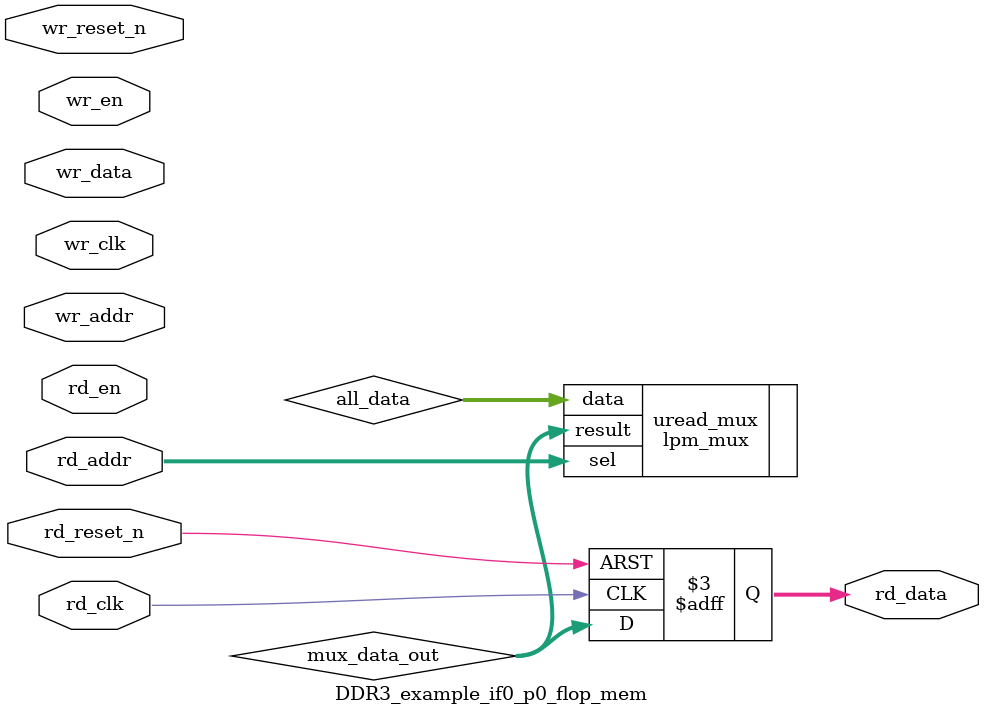
<source format=v>



`timescale 1 ps / 1 ps

(* altera_attribute = "-name ALLOW_SYNCH_CTRL_USAGE ON;-name AUTO_CLOCK_ENABLE_RECOGNITION ON" *)
module DDR3_example_if0_p0_flop_mem(
	wr_reset_n,
	wr_clk,
	wr_en,
	wr_addr,
	wr_data,
	rd_reset_n,
	rd_clk,
	rd_en,
	rd_addr,
	rd_data
);

parameter WRITE_MEM_DEPTH	= "";
parameter WRITE_ADDR_WIDTH	= "";
parameter WRITE_DATA_WIDTH	= "";
parameter READ_MEM_DEPTH	= "";
parameter READ_ADDR_WIDTH	= "";		 
parameter READ_DATA_WIDTH	= "";


input	wr_reset_n;
input	wr_clk;
input	wr_en;
input	[WRITE_ADDR_WIDTH-1:0] wr_addr;
input	[WRITE_DATA_WIDTH-1:0] wr_data;
input	rd_reset_n;
input	rd_clk;
input	rd_en;
input	[READ_ADDR_WIDTH-1:0] rd_addr;
output	[READ_DATA_WIDTH-1:0] rd_data;



wire	[WRITE_DATA_WIDTH*WRITE_MEM_DEPTH-1:0] all_data;
wire	[READ_DATA_WIDTH-1:0] mux_data_out;



// declare a memory with WRITE_MEM_DEPTH entries
// each entry contains a data size of WRITE_DATA_WIDTH
reg	[WRITE_DATA_WIDTH-1:0] data_stored [0:WRITE_MEM_DEPTH-1] /* synthesis syn_preserve = 1 */;
reg	[READ_DATA_WIDTH-1:0] rd_data;

generate
genvar entry;
	for (entry=0; entry < WRITE_MEM_DEPTH; entry=entry+1)
	begin: mem_location
		assign all_data[(WRITE_DATA_WIDTH*(entry+1)-1) : (WRITE_DATA_WIDTH*entry)] = data_stored[entry]; 
		
		always @(posedge wr_clk or negedge wr_reset_n)
		begin
			if (~wr_reset_n) begin
				data_stored[entry] <= {WRITE_DATA_WIDTH{1'b0}};
			end else begin
				if (wr_en) begin
					if (entry == wr_addr) begin
						data_stored[entry] <= wr_data;
					end
				end
			end
		end		
	end
endgenerate

// mux to select the correct output data based on read address
lpm_mux	uread_mux(
	.sel (rd_addr),
	.data (all_data),
	.result (mux_data_out)
	// synopsys translate_off
	,
	.aclr (),
	.clken (),
	.clock ()
	// synopsys translate_on
	);
 defparam uread_mux.lpm_size = READ_MEM_DEPTH;
 defparam uread_mux.lpm_type = "LPM_MUX";
 defparam uread_mux.lpm_width = READ_DATA_WIDTH;
 defparam uread_mux.lpm_widths = READ_ADDR_WIDTH;

always @(posedge rd_clk or negedge rd_reset_n)	
begin
	if (~rd_reset_n) begin
		rd_data <= {READ_DATA_WIDTH{1'b0}};
	end else begin
		rd_data <= mux_data_out;
	end
end

endmodule

</source>
